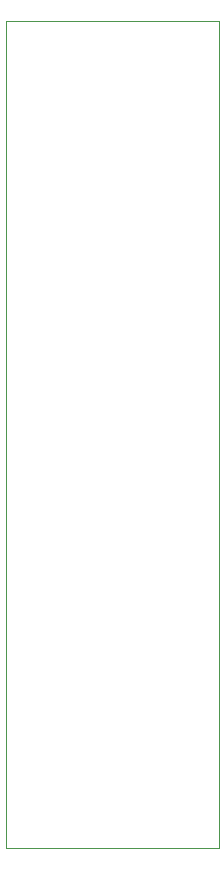
<source format=gbr>
%TF.GenerationSoftware,KiCad,Pcbnew,7.0.2*%
%TF.CreationDate,2023-07-26T10:45:46-04:00*%
%TF.ProjectId,i2csplitter,69326373-706c-4697-9474-65722e6b6963,rev?*%
%TF.SameCoordinates,Original*%
%TF.FileFunction,Profile,NP*%
%FSLAX46Y46*%
G04 Gerber Fmt 4.6, Leading zero omitted, Abs format (unit mm)*
G04 Created by KiCad (PCBNEW 7.0.2) date 2023-07-26 10:45:46*
%MOMM*%
%LPD*%
G01*
G04 APERTURE LIST*
%TA.AperFunction,Profile*%
%ADD10C,0.100000*%
%TD*%
G04 APERTURE END LIST*
D10*
X104000000Y-40000000D02*
X122000000Y-40000000D01*
X122000000Y-110000000D01*
X104000000Y-110000000D01*
X104000000Y-40000000D01*
M02*

</source>
